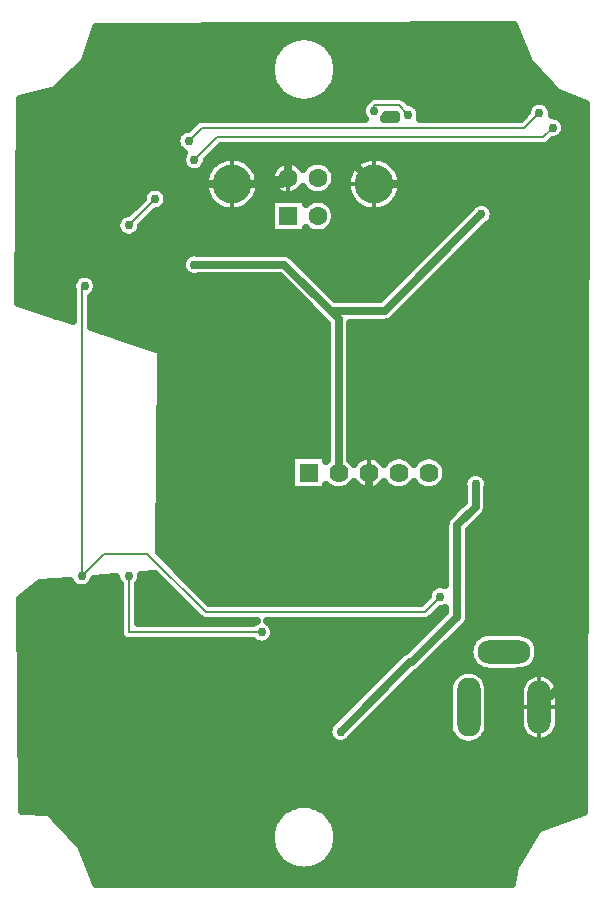
<source format=gbr>
G04 DipTrace 3.3.1.3*
G04 Bottom.gbr*
%MOIN*%
G04 #@! TF.FileFunction,Copper,L2,Bot*
G04 #@! TF.Part,Single*
G04 #@! TA.AperFunction,Conductor*
%ADD14C,0.008*%
G04 #@! TA.AperFunction,CopperBalancing*
%ADD15C,0.025*%
%ADD17C,0.013*%
G04 #@! TA.AperFunction,ComponentPad*
%ADD24R,0.062992X0.062992*%
%ADD25C,0.062992*%
%ADD26C,0.129921*%
%ADD33O,0.07874X0.177165*%
%ADD34O,0.07874X0.19685*%
%ADD35O,0.177165X0.07874*%
%ADD40R,0.06378X0.06378*%
%ADD41C,0.06378*%
G04 #@! TA.AperFunction,ViaPad*
%ADD42C,0.03*%
%FSLAX26Y26*%
G04*
G70*
G90*
G75*
G01*
G04 Bottom*
%LPD*%
X647068Y2427367D2*
D14*
X637776Y2418075D1*
Y1461558D1*
X1831651Y1392801D2*
X1781646Y1342795D1*
X1050319D1*
X856549Y1536566D1*
X712783D1*
X637776Y1461558D1*
X1887907Y1324043D2*
D15*
X1737891Y1174028D1*
X1731640D1*
X1500366Y942753D1*
X1887907Y1324043D2*
Y1630325D1*
X1950413Y1692832D1*
Y1767840D1*
X1494147Y1805344D2*
Y2317866D1*
X1466639Y2345374D1*
X1312846Y2499167D1*
X1012815D1*
X1466639Y2345374D2*
X1646605D1*
X1969165Y2667934D1*
X2206675Y2955480D2*
D14*
X2175406Y2924211D1*
X1087823D1*
X1012815Y2849203D1*
X881551Y2717940D2*
X794042Y2630430D1*
X1162831Y1405302D2*
D15*
X1344100D1*
X1594147Y1655349D1*
Y1805344D1*
X1611568Y2768140D2*
X2068980D1*
X2256696Y2580425D1*
Y1117772D1*
X2162936Y1024012D1*
X1137552Y2768140D2*
X1305466D1*
X1325348Y2788022D1*
Y2849203D1*
X1369102Y2892958D1*
X1486751D1*
X1611568Y2768140D1*
X1137552D2*
X906554D1*
Y3061726D1*
X1237839Y1274038D2*
D14*
X794042D1*
Y1461558D1*
X2162925Y3005480D2*
X2112909Y2955465D1*
X1037818D1*
X994063Y2911710D1*
X1612878Y3011720D2*
Y3030472D1*
X1694136D1*
X1725390Y2999219D1*
D42*
X647068Y2427367D3*
X637776Y1461558D3*
X1831651Y1392801D3*
X1887907Y1324043D3*
X1500366Y942753D3*
X1950413Y1767840D3*
X1887907Y1324043D3*
X1012815Y2499167D3*
X1969165Y2667934D3*
X1950413Y1767840D3*
X2206675Y2955480D3*
X1012815Y2849203D3*
X881551Y2717940D3*
X794042Y2630430D3*
X1162831Y1405302D3*
X906554Y3061726D3*
X1237839Y1274038D3*
X794042Y1461558D3*
X2162925Y3005480D3*
X994063Y2911710D3*
X1612878Y3011720D3*
X1725390Y2999219D3*
X681076Y3274383D2*
D15*
X2087222D1*
X673218Y3249514D2*
X1326657D1*
X1429872D2*
X2097377D1*
X665359Y3224646D2*
X1293607D1*
X1462885D2*
X2107568D1*
X657500Y3199777D2*
X1276526D1*
X1479966D2*
X2117724D1*
X646125Y3174908D2*
X1267555D1*
X1488973D2*
X2127915D1*
X621257Y3150039D2*
X1264685D1*
X1491808D2*
X2147113D1*
X596390Y3125171D2*
X1267484D1*
X1489009D2*
X2170186D1*
X571522Y3100302D2*
X1276383D1*
X1480110D2*
X2193296D1*
X527887Y3075433D2*
X1293356D1*
X1463136D2*
X2217553D1*
X433906Y3050564D2*
X1326118D1*
X1430410D2*
X1587427D1*
X1719672D2*
X2277946D1*
X433691Y3025696D2*
X1571315D1*
X1759863D2*
X2124183D1*
X2201669D2*
X2316665D1*
X433475Y3000827D2*
X1570346D1*
X1769372D2*
X2112628D1*
X2206657D2*
X2316594D1*
X433224Y2975958D2*
X1012670D1*
X2245268D2*
X2316522D1*
X433009Y2951089D2*
X978472D1*
X2250435D2*
X2316450D1*
X432794Y2926220D2*
X952672D1*
X2238594D2*
X2316378D1*
X432578Y2901352D2*
X951380D1*
X2198080D2*
X2316343D1*
X432363Y2876483D2*
X969609D1*
X1085742D2*
X2316271D1*
X432112Y2851614D2*
X968891D1*
X1060875D2*
X1097680D1*
X1177426D2*
X1571674D1*
X1651457D2*
X2316199D1*
X431897Y2826745D2*
X975422D1*
X1050217D2*
X1064846D1*
X1210260D2*
X1279684D1*
X1469452D2*
X1538840D1*
X1684291D2*
X2316127D1*
X431681Y2801877D2*
X1050025D1*
X1225081D2*
X1266515D1*
X1482586D2*
X1524056D1*
X1699075D2*
X2316055D1*
X431466Y2777008D2*
X1044033D1*
X1231073D2*
X1265905D1*
X1483196D2*
X1518027D1*
X1705103D2*
X2316020D1*
X431251Y2752139D2*
X855533D1*
X907577D2*
X1045002D1*
X1230104D2*
X1277280D1*
X1471820D2*
X1519032D1*
X1704135D2*
X2315948D1*
X430999Y2727270D2*
X838596D1*
X924479D2*
X1053219D1*
X1221887D2*
X1527249D1*
X1695881D2*
X2315876D1*
X430784Y2702402D2*
X820367D1*
X922541D2*
X1071448D1*
X1203658D2*
X1264864D1*
X1467550D2*
X1545478D1*
X1677652D2*
X1943542D1*
X1994796D2*
X2315804D1*
X430569Y2677533D2*
X795499D1*
X893511D2*
X1122583D1*
X1152523D2*
X1264864D1*
X1482047D2*
X1596613D1*
X1626517D2*
X1921114D1*
X2012057D2*
X2315733D1*
X430354Y2652664D2*
X756493D1*
X861897D2*
X1264864D1*
X1483554D2*
X1896246D1*
X2010263D2*
X2315661D1*
X430138Y2627795D2*
X750141D1*
X837962D2*
X1264864D1*
X1473363D2*
X1871379D1*
X1986687D2*
X2315625D1*
X429923Y2602927D2*
X760476D1*
X827627D2*
X1846511D1*
X1961819D2*
X2315553D1*
X429672Y2578058D2*
X1821643D1*
X1936951D2*
X2315481D1*
X429456Y2553189D2*
X1796775D1*
X1912083D2*
X2315410D1*
X429241Y2528320D2*
X980769D1*
X1341238D2*
X1771908D1*
X1887216D2*
X2315338D1*
X429026Y2503451D2*
X969035D1*
X1366213D2*
X1747040D1*
X1862348D2*
X2315266D1*
X428811Y2478583D2*
X974274D1*
X1391081D2*
X1722172D1*
X1837480D2*
X2315230D1*
X428559Y2453714D2*
X612490D1*
X681615D2*
X1300641D1*
X1415949D2*
X1697304D1*
X1812612D2*
X2315158D1*
X428344Y2428845D2*
X603088D1*
X691052D2*
X1325508D1*
X1440816D2*
X1672437D1*
X1787745D2*
X2315087D1*
X428129Y2403976D2*
X604775D1*
X683839D2*
X1350376D1*
X1465684D2*
X1647569D1*
X1762877D2*
X2315015D1*
X427913Y2379108D2*
X604775D1*
X670778D2*
X1375244D1*
X1738009D2*
X2314943D1*
X477003Y2354239D2*
X604775D1*
X670778D2*
X1400112D1*
X1713141D2*
X2314907D1*
X551642Y2329370D2*
X604775D1*
X670778D2*
X1424979D1*
X1688238D2*
X2314835D1*
X670778Y2304501D2*
X1449847D1*
X1535658D2*
X2314764D1*
X703432Y2279633D2*
X1452646D1*
X1535658D2*
X2314692D1*
X779507Y2254764D2*
X1452646D1*
X1535658D2*
X2314620D1*
X855545Y2229895D2*
X1452646D1*
X1535658D2*
X2314548D1*
X902805Y2205026D2*
X1452646D1*
X1535658D2*
X2314512D1*
X902589Y2180157D2*
X1452646D1*
X1535658D2*
X2314441D1*
X902374Y2155289D2*
X1452646D1*
X1535658D2*
X2314369D1*
X902159Y2130420D2*
X1452646D1*
X1535658D2*
X2314297D1*
X901944Y2105551D2*
X1452646D1*
X1535658D2*
X2314225D1*
X901728Y2080682D2*
X1452646D1*
X1535658D2*
X2314154D1*
X901513Y2055814D2*
X1452646D1*
X1535658D2*
X2314118D1*
X901298Y2030945D2*
X1452646D1*
X1535658D2*
X2314046D1*
X901082Y2006076D2*
X1452646D1*
X1535658D2*
X2313974D1*
X900867Y1981207D2*
X1452646D1*
X1535658D2*
X2313902D1*
X900652Y1956339D2*
X1452646D1*
X1535658D2*
X2313831D1*
X900436Y1931470D2*
X1452646D1*
X1535658D2*
X2313795D1*
X900221Y1906601D2*
X1452646D1*
X1535658D2*
X2313723D1*
X900006Y1881732D2*
X1452646D1*
X1535658D2*
X2313651D1*
X899790Y1856864D2*
X1333259D1*
X1535658D2*
X1564174D1*
X1624113D2*
X1664183D1*
X1724122D2*
X1764157D1*
X1824131D2*
X2313579D1*
X899575Y1831995D2*
X1333259D1*
X1848604D2*
X2313508D1*
X899360Y1807126D2*
X1333259D1*
X1854992D2*
X1934535D1*
X1966304D2*
X2313436D1*
X899145Y1782257D2*
X1333259D1*
X1850291D2*
X1908985D1*
X1991818D2*
X2313400D1*
X898929Y1757388D2*
X1333259D1*
X1529953D2*
X1558325D1*
X1629962D2*
X1658334D1*
X1729971D2*
X1758343D1*
X1829944D2*
X1907765D1*
X1993074D2*
X2313328D1*
X898714Y1732520D2*
X1908913D1*
X1991926D2*
X2313257D1*
X898499Y1707651D2*
X1907586D1*
X1991926D2*
X2313185D1*
X898283Y1682782D2*
X1882718D1*
X1990598D2*
X2313113D1*
X898068Y1657913D2*
X1857850D1*
X1973158D2*
X2313041D1*
X897853Y1633045D2*
X1846511D1*
X1948291D2*
X2313005D1*
X897637Y1608176D2*
X1846403D1*
X1929415D2*
X2312934D1*
X897422Y1583307D2*
X1846403D1*
X1929415D2*
X2312862D1*
X897243Y1558438D2*
X1846403D1*
X1929415D2*
X2312790D1*
X905173Y1533570D2*
X1846403D1*
X1929415D2*
X2312718D1*
X930041Y1508701D2*
X1846403D1*
X1929415D2*
X2312682D1*
X954909Y1483832D2*
X1846403D1*
X1929415D2*
X2312611D1*
X837962Y1458963D2*
X888511D1*
X979776D2*
X1846403D1*
X1929415D2*
X2312539D1*
X497385Y1434094D2*
X604164D1*
X671388D2*
X760440D1*
X827663D2*
X913379D1*
X1004644D2*
X1825016D1*
X1838297D2*
X1846402D1*
X1929415D2*
X2312467D1*
X464228Y1409226D2*
X761050D1*
X827053D2*
X938246D1*
X1029512D2*
X1791034D1*
X1929415D2*
X2312395D1*
X434086Y1384357D2*
X761050D1*
X827053D2*
X963114D1*
X1054380D2*
X1777577D1*
X1929415D2*
X2312324D1*
X434301Y1359488D2*
X761050D1*
X827053D2*
X987982D1*
X1929415D2*
X2312288D1*
X434516Y1334619D2*
X761050D1*
X827053D2*
X1012849D1*
X1819107D2*
X1840841D1*
X1930528D2*
X2312216D1*
X434731Y1309751D2*
X761050D1*
X827053D2*
X1214196D1*
X1261467D2*
X1815973D1*
X1929380D2*
X2312144D1*
X434947Y1284882D2*
X761050D1*
X1280414D2*
X1791106D1*
X1906414D2*
X2312072D1*
X435162Y1260013D2*
X764459D1*
X1279409D2*
X1766238D1*
X1881546D2*
X1951364D1*
X2138261D2*
X2312001D1*
X435377Y1235144D2*
X1220870D1*
X1254829D2*
X1741370D1*
X1856678D2*
X1932633D1*
X2157029D2*
X2311929D1*
X435593Y1210276D2*
X1714744D1*
X1831810D2*
X1927250D1*
X2162411D2*
X2311893D1*
X435808Y1185407D2*
X1685355D1*
X1806943D2*
X1931628D1*
X2158034D2*
X2311821D1*
X436023Y1160538D2*
X1660487D1*
X1782039D2*
X1948566D1*
X2141096D2*
X2311749D1*
X436203Y1135669D2*
X1635620D1*
X1750928D2*
X1884584D1*
X1968852D2*
X2139469D1*
X2186382D2*
X2311678D1*
X436418Y1110801D2*
X1610752D1*
X1726060D2*
X1864453D1*
X1988947D2*
X2106348D1*
X2219539D2*
X2311606D1*
X436633Y1085932D2*
X1585884D1*
X1701192D2*
X1858424D1*
X1995012D2*
X2095798D1*
X2230053D2*
X2311570D1*
X436849Y1061063D2*
X1561016D1*
X1676324D2*
X1858353D1*
X1995084D2*
X2094578D1*
X2231309D2*
X2311498D1*
X437064Y1036194D2*
X1536149D1*
X1651457D2*
X1858353D1*
X1995084D2*
X2094578D1*
X2231309D2*
X2311426D1*
X437279Y1011325D2*
X1511281D1*
X1626589D2*
X1858353D1*
X1995084D2*
X2094578D1*
X2231309D2*
X2311355D1*
X437495Y986457D2*
X1486413D1*
X1601721D2*
X1858353D1*
X1995084D2*
X2094578D1*
X2231309D2*
X2311283D1*
X437710Y961588D2*
X1460899D1*
X1576853D2*
X1858424D1*
X1995012D2*
X2095906D1*
X2229981D2*
X2311211D1*
X437925Y936719D2*
X1456809D1*
X1551986D2*
X1864704D1*
X1988732D2*
X2106671D1*
X2219180D2*
X2311175D1*
X438140Y911850D2*
X1470158D1*
X1530563D2*
X1885230D1*
X1968170D2*
X2141048D1*
X2184839D2*
X2311103D1*
X438356Y886982D2*
X2311032D1*
X438571Y862113D2*
X2310960D1*
X438786Y837244D2*
X2310888D1*
X439002Y812375D2*
X2310816D1*
X439217Y787507D2*
X2310780D1*
X439432Y762638D2*
X2310709D1*
X439648Y737769D2*
X2310637D1*
X439863Y712900D2*
X2310565D1*
X440078Y688031D2*
X1321992D1*
X1434501D2*
X2310493D1*
X543353Y663163D2*
X1291454D1*
X1465038D2*
X2273389D1*
X566749Y638294D2*
X1275342D1*
X1481150D2*
X2204312D1*
X590146Y613425D2*
X1267017D1*
X1489475D2*
X2153285D1*
X613542Y588556D2*
X1264721D1*
X1491772D2*
X2138357D1*
X636975Y563688D2*
X1268058D1*
X1488435D2*
X2123429D1*
X647381Y538819D2*
X1277639D1*
X1478854D2*
X2108501D1*
X656855Y513950D2*
X1295617D1*
X1460876D2*
X2093609D1*
X666328Y489081D2*
X1331286D1*
X1425207D2*
X2079471D1*
X675801Y464213D2*
X2074483D1*
X685275Y439344D2*
X2069495D1*
X1276538Y2719680D2*
X1383344D1*
Y2703209D1*
X1389684Y2708564D1*
X1397443Y2713319D1*
X1405851Y2716802D1*
X1414700Y2718926D1*
X1423773Y2719640D1*
X1432846Y2718926D1*
X1441695Y2716802D1*
X1450103Y2713319D1*
X1457862Y2708564D1*
X1464782Y2702654D1*
X1470693Y2695734D1*
X1475448Y2687974D1*
X1478930Y2679566D1*
X1481055Y2670717D1*
X1481769Y2661644D1*
X1481055Y2652572D1*
X1478930Y2643723D1*
X1475448Y2635315D1*
X1470693Y2627555D1*
X1464782Y2620635D1*
X1457862Y2614725D1*
X1450103Y2609969D1*
X1441695Y2606487D1*
X1432846Y2604362D1*
X1423773Y2603648D1*
X1414700Y2604362D1*
X1405851Y2606487D1*
X1397443Y2609969D1*
X1389684Y2614725D1*
X1383351Y2620092D1*
X1383344Y2603688D1*
X1267352D1*
Y2719680D1*
X1276538D1*
X1481590Y2783472D2*
X1480167Y2774483D1*
X1477354Y2765828D1*
X1473223Y2757719D1*
X1467874Y2750357D1*
X1461438Y2743922D1*
X1454076Y2738573D1*
X1445967Y2734441D1*
X1437312Y2731629D1*
X1428323Y2730205D1*
X1419223D1*
X1410234Y2731629D1*
X1401579Y2734441D1*
X1393470Y2738573D1*
X1386108Y2743922D1*
X1379672Y2750357D1*
X1374570Y2757350D1*
X1369820Y2750796D1*
X1364758Y2745474D1*
X1359065Y2740835D1*
X1352832Y2736952D1*
X1346157Y2733888D1*
X1339149Y2731692D1*
X1331919Y2730400D1*
X1324584Y2730031D1*
X1317262Y2730593D1*
X1310069Y2732075D1*
X1303121Y2734455D1*
X1296529Y2737693D1*
X1290400Y2741739D1*
X1284831Y2746527D1*
X1279911Y2751980D1*
X1275721Y2758011D1*
X1272326Y2764523D1*
X1269781Y2771413D1*
X1268127Y2778568D1*
X1267391Y2785875D1*
X1267585Y2793217D1*
X1268704Y2800475D1*
X1270732Y2807534D1*
X1273636Y2814280D1*
X1277369Y2820604D1*
X1281871Y2826407D1*
X1287071Y2831593D1*
X1292884Y2836081D1*
X1299218Y2839799D1*
X1305971Y2842686D1*
X1313035Y2844696D1*
X1320296Y2845798D1*
X1327638Y2845973D1*
X1334943Y2845219D1*
X1342095Y2843548D1*
X1348977Y2840986D1*
X1355482Y2837575D1*
X1361502Y2833370D1*
X1366943Y2828437D1*
X1371717Y2822856D1*
X1374556Y2818705D1*
X1379672Y2825688D1*
X1386108Y2832123D1*
X1393470Y2837472D1*
X1401579Y2841604D1*
X1410234Y2844416D1*
X1419223Y2845840D1*
X1428323D1*
X1437312Y2844416D1*
X1445967Y2841604D1*
X1454076Y2837472D1*
X1461438Y2832123D1*
X1467874Y2825688D1*
X1473223Y2818325D1*
X1477354Y2810216D1*
X1480167Y2801561D1*
X1481590Y2792573D1*
Y2783472D1*
X1703010Y2766303D2*
X1702365Y2757143D1*
X1700805Y2748095D1*
X1698345Y2739248D1*
X1695011Y2730692D1*
X1690835Y2722514D1*
X1685861Y2714795D1*
X1680137Y2707615D1*
X1673723Y2701044D1*
X1666682Y2695150D1*
X1659085Y2689992D1*
X1651009Y2685621D1*
X1642536Y2682082D1*
X1633751Y2679411D1*
X1624742Y2677634D1*
X1615600Y2676769D1*
X1606418Y2676825D1*
X1597288Y2677802D1*
X1588301Y2679689D1*
X1579549Y2682468D1*
X1571120Y2686110D1*
X1563099Y2690579D1*
X1555566Y2695830D1*
X1548597Y2701810D1*
X1542264Y2708459D1*
X1536629Y2715709D1*
X1531749Y2723487D1*
X1527674Y2731716D1*
X1524444Y2740312D1*
X1522093Y2749188D1*
X1520643Y2758256D1*
X1520110Y2767423D1*
X1520499Y2776597D1*
X1521806Y2785686D1*
X1524018Y2794598D1*
X1527112Y2803243D1*
X1531058Y2811535D1*
X1535815Y2819389D1*
X1541335Y2826727D1*
X1547564Y2833474D1*
X1554438Y2839563D1*
X1561887Y2844931D1*
X1569837Y2849526D1*
X1578208Y2853300D1*
X1586916Y2856216D1*
X1595871Y2858244D1*
X1604985Y2859364D1*
X1614166Y2859564D1*
X1623320Y2858843D1*
X1632355Y2857207D1*
X1641182Y2854674D1*
X1649709Y2851269D1*
X1657852Y2847025D1*
X1665529Y2841987D1*
X1672662Y2836204D1*
X1679179Y2829735D1*
X1685014Y2822645D1*
X1690109Y2815006D1*
X1694413Y2806894D1*
X1697881Y2798392D1*
X1700479Y2789585D1*
X1702182Y2780561D1*
X1702970Y2771413D1*
X1703010Y2766303D1*
X1228995D2*
X1228350Y2757143D1*
X1226789Y2748095D1*
X1224330Y2739248D1*
X1220995Y2730692D1*
X1216819Y2722514D1*
X1211845Y2714795D1*
X1206122Y2707615D1*
X1199707Y2701044D1*
X1192666Y2695150D1*
X1185069Y2689992D1*
X1176994Y2685621D1*
X1168521Y2682082D1*
X1159735Y2679411D1*
X1150726Y2677634D1*
X1141585Y2676769D1*
X1132402Y2676825D1*
X1123272Y2677802D1*
X1114285Y2679689D1*
X1105534Y2682468D1*
X1097104Y2686110D1*
X1089083Y2690579D1*
X1081550Y2695830D1*
X1074582Y2701810D1*
X1068248Y2708459D1*
X1062613Y2715709D1*
X1057733Y2723487D1*
X1053658Y2731716D1*
X1050428Y2740312D1*
X1048077Y2749188D1*
X1046628Y2758256D1*
X1046095Y2767423D1*
X1046484Y2776597D1*
X1047791Y2785686D1*
X1050002Y2794598D1*
X1053096Y2803243D1*
X1057042Y2811535D1*
X1061799Y2819389D1*
X1067320Y2826727D1*
X1073548Y2833474D1*
X1080422Y2839563D1*
X1087871Y2844931D1*
X1095822Y2849526D1*
X1104193Y2853300D1*
X1112900Y2856216D1*
X1121856Y2858244D1*
X1130970Y2859364D1*
X1140150Y2859564D1*
X1149304Y2858843D1*
X1158340Y2857207D1*
X1167166Y2854674D1*
X1175693Y2851269D1*
X1183837Y2847025D1*
X1191513Y2841987D1*
X1198646Y2836204D1*
X1205163Y2829735D1*
X1210998Y2822645D1*
X1216093Y2815006D1*
X1220397Y2806894D1*
X1223865Y2798392D1*
X1226464Y2789585D1*
X1228166Y2780561D1*
X1228955Y2771413D1*
X1228995Y2766303D1*
X2097072Y1073217D2*
X2097554Y1081228D1*
X2098851Y1088458D1*
X2100946Y1095498D1*
X2103811Y1102262D1*
X2107412Y1108664D1*
X2111703Y1114626D1*
X2116631Y1120072D1*
X2122135Y1124936D1*
X2128146Y1129158D1*
X2134590Y1132683D1*
X2141386Y1135470D1*
X2148450Y1137482D1*
X2155695Y1138695D1*
X2163029Y1139094D1*
X2170362Y1138674D1*
X2177603Y1137441D1*
X2184662Y1135408D1*
X2191450Y1132603D1*
X2197884Y1129059D1*
X2203883Y1124821D1*
X2209373Y1119941D1*
X2214286Y1114480D1*
X2218560Y1108507D1*
X2222142Y1102094D1*
X2224988Y1095323D1*
X2227063Y1088276D1*
X2228340Y1081043D1*
X2228806Y1073224D1*
X2228575Y969294D1*
X2227554Y962020D1*
X2225730Y954905D1*
X2223124Y948037D1*
X2219770Y941502D1*
X2215710Y935381D1*
X2210993Y929751D1*
X2205679Y924680D1*
X2199833Y920233D1*
X2193528Y916464D1*
X2186843Y913421D1*
X2179860Y911141D1*
X2172668Y909652D1*
X2165354Y908974D1*
X2158010Y909114D1*
X2150727Y910070D1*
X2143596Y911832D1*
X2136706Y914377D1*
X2130142Y917673D1*
X2123985Y921679D1*
X2118313Y926346D1*
X2113196Y931616D1*
X2108697Y937422D1*
X2104873Y943693D1*
X2101771Y950351D1*
X2099429Y957313D1*
X2097877Y964493D1*
X2097134Y971800D1*
X2097066Y1062988D1*
Y1073163D1*
X1860846Y1083047D2*
X1861656Y1093371D1*
X1864069Y1103422D1*
X1868025Y1112971D1*
X1873425Y1121784D1*
X1880138Y1129644D1*
X1887998Y1136357D1*
X1896811Y1141758D1*
X1906360Y1145713D1*
X1916411Y1148126D1*
X1926715Y1148937D1*
X1937020Y1148126D1*
X1947070Y1145713D1*
X1956620Y1141758D1*
X1965433Y1136357D1*
X1973292Y1129644D1*
X1980005Y1121784D1*
X1985406Y1112971D1*
X1989361Y1103422D1*
X1991774Y1093371D1*
X1992585Y1083067D1*
X1992382Y959789D1*
X1990765Y949580D1*
X1987571Y939749D1*
X1982879Y930540D1*
X1976803Y922177D1*
X1969494Y914869D1*
X1961132Y908793D1*
X1951923Y904101D1*
X1942092Y900907D1*
X1931883Y899290D1*
X1921547D1*
X1911338Y900907D1*
X1901508Y904101D1*
X1892298Y908793D1*
X1883936Y914869D1*
X1876627Y922177D1*
X1870552Y930540D1*
X1865859Y939749D1*
X1862665Y949580D1*
X1861048Y959789D1*
X1860845Y983329D1*
Y1082975D1*
X1995633Y1143182D2*
X1985309Y1143992D1*
X1975258Y1146405D1*
X1965708Y1150361D1*
X1956895Y1155761D1*
X1949036Y1162474D1*
X1942323Y1170334D1*
X1936922Y1179147D1*
X1932967Y1188696D1*
X1930554Y1198747D1*
X1929743Y1209051D1*
X1930554Y1219356D1*
X1932967Y1229406D1*
X1936922Y1238956D1*
X1942323Y1247769D1*
X1949036Y1255628D1*
X1956895Y1262341D1*
X1965708Y1267742D1*
X1975258Y1271697D1*
X1985309Y1274110D1*
X1995633Y1274920D1*
X2099206Y1274718D1*
X2109415Y1273101D1*
X2119245Y1269907D1*
X2128455Y1265215D1*
X2136817Y1259139D1*
X2144126Y1251830D1*
X2150202Y1243468D1*
X2154894Y1234259D1*
X2158088Y1224428D1*
X2159705Y1214219D1*
Y1203883D1*
X2158088Y1193674D1*
X2154894Y1183844D1*
X2150202Y1174634D1*
X2144126Y1166272D1*
X2136817Y1158963D1*
X2128455Y1152888D1*
X2119245Y1148195D1*
X2109415Y1145001D1*
X2099206Y1143384D1*
X2075665Y1143181D1*
X1995613Y1143217D1*
X1344944Y1863733D2*
X1452537D1*
Y1846330D1*
X1455134Y1848735D1*
X1455147Y2301730D1*
X1296689Y2460170D1*
X1027029Y2460167D1*
X1022503Y2458813D1*
X1016071Y2457795D1*
X1009559D1*
X1003127Y2458813D1*
X996934Y2460826D1*
X991131Y2463782D1*
X985863Y2467610D1*
X981258Y2472215D1*
X977430Y2477483D1*
X974474Y2483285D1*
X972462Y2489479D1*
X971443Y2495911D1*
Y2502423D1*
X972462Y2508855D1*
X974474Y2515048D1*
X977430Y2520850D1*
X981258Y2526119D1*
X985863Y2530724D1*
X991131Y2534551D1*
X996934Y2537508D1*
X1003127Y2539520D1*
X1009559Y2540539D1*
X1016071D1*
X1022503Y2539520D1*
X1026917Y2538164D1*
X1315906Y2538047D1*
X1321951Y2537089D1*
X1327771Y2535198D1*
X1333224Y2532420D1*
X1338175Y2528823D1*
X1372902Y2494265D1*
X1482797Y2384371D1*
X1630450Y2384374D1*
X1931559Y2685482D1*
X1933781Y2689618D1*
X1937609Y2694886D1*
X1942213Y2699491D1*
X1947482Y2703319D1*
X1953284Y2706275D1*
X1959477Y2708288D1*
X1965909Y2709306D1*
X1972421D1*
X1978853Y2708288D1*
X1985047Y2706275D1*
X1990849Y2703319D1*
X1996117Y2699491D1*
X2000722Y2694886D1*
X2004550Y2689618D1*
X2007506Y2683816D1*
X2009519Y2677622D1*
X2010537Y2671190D1*
Y2664678D1*
X2009519Y2658246D1*
X2007506Y2652053D1*
X2004550Y2646251D1*
X2000722Y2640982D1*
X1996117Y2636378D1*
X1990849Y2632550D1*
X1986769Y2630387D1*
X1671933Y2315718D1*
X1666982Y2312121D1*
X1661530Y2309343D1*
X1655709Y2307452D1*
X1649665Y2306494D1*
X1600673Y2306374D1*
X1533175D1*
X1533147Y1848824D1*
X1538547Y1843265D1*
X1544134Y1835493D1*
X1548226Y1841408D1*
X1553116Y1846887D1*
X1558656Y1851709D1*
X1564757Y1855798D1*
X1571323Y1859088D1*
X1578250Y1861528D1*
X1585429Y1863079D1*
X1592745Y1863717D1*
X1600084Y1863431D1*
X1607329Y1862226D1*
X1614365Y1860122D1*
X1621081Y1857150D1*
X1627371Y1853360D1*
X1633136Y1848809D1*
X1638284Y1843571D1*
X1642733Y1837728D1*
X1644145Y1835488D1*
X1649747Y1843265D1*
X1656226Y1849744D1*
X1663638Y1855129D1*
X1671802Y1859289D1*
X1680516Y1862120D1*
X1689566Y1863554D1*
X1698728D1*
X1707778Y1862120D1*
X1716492Y1859289D1*
X1724656Y1855129D1*
X1732068Y1849744D1*
X1738547Y1843265D1*
X1744134Y1835493D1*
X1749747Y1843265D1*
X1756226Y1849744D1*
X1763638Y1855129D1*
X1771802Y1859289D1*
X1780516Y1862120D1*
X1789566Y1863554D1*
X1798728D1*
X1807778Y1862120D1*
X1816492Y1859289D1*
X1824656Y1855129D1*
X1832068Y1849744D1*
X1838547Y1843265D1*
X1843932Y1835852D1*
X1848092Y1827689D1*
X1850923Y1818975D1*
X1852357Y1809925D1*
Y1800763D1*
X1850923Y1791713D1*
X1848092Y1782999D1*
X1843932Y1774835D1*
X1838547Y1767423D1*
X1832068Y1760944D1*
X1824656Y1755558D1*
X1816492Y1751399D1*
X1807778Y1748567D1*
X1798728Y1747134D1*
X1789566D1*
X1780516Y1748567D1*
X1771802Y1751399D1*
X1763638Y1755558D1*
X1756226Y1760944D1*
X1749747Y1767423D1*
X1744160Y1775195D1*
X1738547Y1767423D1*
X1732068Y1760944D1*
X1724656Y1755558D1*
X1716492Y1751399D1*
X1707778Y1748567D1*
X1698728Y1747134D1*
X1689566D1*
X1680516Y1748567D1*
X1671802Y1751399D1*
X1663638Y1755558D1*
X1656226Y1760944D1*
X1649747Y1767423D1*
X1644160Y1775195D1*
X1640247Y1769508D1*
X1635383Y1764005D1*
X1629868Y1759155D1*
X1623787Y1755037D1*
X1617238Y1751714D1*
X1610323Y1749239D1*
X1603152Y1747653D1*
X1595839Y1746979D1*
X1588499Y1747228D1*
X1581248Y1748397D1*
X1574202Y1750466D1*
X1567471Y1753404D1*
X1561162Y1757164D1*
X1555374Y1761685D1*
X1550201Y1766898D1*
X1545722Y1772719D1*
X1544150Y1775197D1*
X1538547Y1767423D1*
X1532068Y1760944D1*
X1524656Y1755558D1*
X1516492Y1751399D1*
X1507778Y1748567D1*
X1498728Y1747134D1*
X1489566D1*
X1480516Y1748567D1*
X1471802Y1751399D1*
X1463638Y1755558D1*
X1456226Y1760944D1*
X1452531Y1764411D1*
X1452537Y1746954D1*
X1335757D1*
Y1863733D1*
X1344944D1*
X1488966Y582137D2*
X1487941Y573477D1*
X1486240Y564925D1*
X1483873Y556532D1*
X1480855Y548351D1*
X1477204Y540432D1*
X1472943Y532824D1*
X1468099Y525573D1*
X1462700Y518725D1*
X1456781Y512322D1*
X1450377Y506402D1*
X1443529Y501004D1*
X1436279Y496159D1*
X1428671Y491898D1*
X1420751Y488248D1*
X1412570Y485229D1*
X1404178Y482862D1*
X1395625Y481161D1*
X1386965Y480136D1*
X1378252Y479794D1*
X1369539Y480136D1*
X1360879Y481161D1*
X1352326Y482862D1*
X1343934Y485229D1*
X1335753Y488248D1*
X1327833Y491898D1*
X1320225Y496159D1*
X1312975Y501004D1*
X1306127Y506402D1*
X1299723Y512322D1*
X1293804Y518725D1*
X1288405Y525573D1*
X1283561Y532824D1*
X1279300Y540432D1*
X1275649Y548351D1*
X1272631Y556532D1*
X1270264Y564925D1*
X1268563Y573477D1*
X1267538Y582137D1*
X1267196Y590850D1*
X1267538Y599564D1*
X1268563Y608223D1*
X1270264Y616776D1*
X1272631Y625169D1*
X1275649Y633350D1*
X1279300Y641269D1*
X1283561Y648877D1*
X1288405Y656128D1*
X1293804Y662976D1*
X1299723Y669379D1*
X1306127Y675298D1*
X1312975Y680697D1*
X1320225Y685542D1*
X1327833Y689802D1*
X1335753Y693453D1*
X1343934Y696471D1*
X1352326Y698838D1*
X1360879Y700540D1*
X1369539Y701564D1*
X1378252Y701907D1*
X1386965Y701564D1*
X1395625Y700540D1*
X1404178Y698838D1*
X1412570Y696471D1*
X1420751Y693453D1*
X1428671Y689802D1*
X1436279Y685542D1*
X1443529Y680697D1*
X1450377Y675298D1*
X1456781Y669379D1*
X1462700Y662976D1*
X1468099Y656128D1*
X1472943Y648877D1*
X1477204Y641269D1*
X1480855Y633350D1*
X1483873Y625169D1*
X1486240Y616776D1*
X1487941Y608223D1*
X1488966Y599564D1*
X1489308Y590850D1*
X1488966Y582137D1*
Y3141192D2*
X1487941Y3132532D1*
X1486240Y3123980D1*
X1483873Y3115587D1*
X1480855Y3107406D1*
X1477204Y3099487D1*
X1472943Y3091879D1*
X1468099Y3084628D1*
X1462700Y3077780D1*
X1456781Y3071377D1*
X1450377Y3065458D1*
X1443529Y3060059D1*
X1436279Y3055214D1*
X1428671Y3050954D1*
X1420751Y3047303D1*
X1412570Y3044285D1*
X1404178Y3041918D1*
X1395625Y3040216D1*
X1386965Y3039191D1*
X1378252Y3038849D1*
X1369539Y3039191D1*
X1360879Y3040216D1*
X1352326Y3041918D1*
X1343934Y3044285D1*
X1335753Y3047303D1*
X1327833Y3050954D1*
X1320225Y3055214D1*
X1312975Y3060059D1*
X1306127Y3065458D1*
X1299723Y3071377D1*
X1293804Y3077780D1*
X1288405Y3084628D1*
X1283561Y3091879D1*
X1279300Y3099487D1*
X1275649Y3107406D1*
X1272631Y3115587D1*
X1270264Y3123980D1*
X1268563Y3132532D1*
X1267538Y3141192D1*
X1267196Y3149906D1*
X1267538Y3158619D1*
X1268563Y3167279D1*
X1270264Y3175831D1*
X1272631Y3184224D1*
X1275649Y3192405D1*
X1279300Y3200324D1*
X1283561Y3207932D1*
X1288405Y3215183D1*
X1293804Y3222031D1*
X1299723Y3228434D1*
X1306127Y3234353D1*
X1312975Y3239752D1*
X1320225Y3244597D1*
X1327833Y3248858D1*
X1335753Y3252508D1*
X1343934Y3255526D1*
X1352326Y3257893D1*
X1360879Y3259595D1*
X1369539Y3260620D1*
X1378252Y3260962D1*
X1386965Y3260620D1*
X1395625Y3259595D1*
X1404178Y3257893D1*
X1412570Y3255526D1*
X1420751Y3252508D1*
X1428671Y3248858D1*
X1436279Y3244597D1*
X1443529Y3239752D1*
X1450377Y3234353D1*
X1456781Y3228434D1*
X1462700Y3222031D1*
X1468099Y3215183D1*
X1472943Y3207932D1*
X1477204Y3200324D1*
X1480855Y3192405D1*
X1483873Y3184224D1*
X1486240Y3175831D1*
X1487941Y3167279D1*
X1488966Y3158619D1*
X1489308Y3149906D1*
X1488966Y3141192D1*
X668276Y2391700D2*
Y2290291D1*
X893497Y2216513D1*
X895937Y2214876D1*
X897928Y2212715D1*
X899359Y2210148D1*
X900152Y2207319D1*
X900222Y2196092D1*
X894581Y1541696D1*
X1062965Y1373283D1*
X1769043Y1373295D1*
X1790198Y1394481D1*
X1790662Y1399293D1*
X1792182Y1405625D1*
X1794674Y1411641D1*
X1798077Y1417194D1*
X1802306Y1422145D1*
X1807258Y1426375D1*
X1812810Y1429777D1*
X1818827Y1432269D1*
X1825159Y1433790D1*
X1831651Y1434301D1*
X1838143Y1433790D1*
X1844475Y1432269D1*
X1848908Y1430507D1*
X1849027Y1633385D1*
X1849984Y1639430D1*
X1851875Y1645250D1*
X1854654Y1650703D1*
X1858251Y1655654D1*
X1892808Y1690381D1*
X1911407Y1708980D1*
X1911413Y1753656D1*
X1910060Y1758152D1*
X1909041Y1764584D1*
Y1771096D1*
X1910060Y1777528D1*
X1912072Y1783721D1*
X1915029Y1789524D1*
X1918857Y1794792D1*
X1923461Y1799397D1*
X1928730Y1803224D1*
X1934532Y1806181D1*
X1940725Y1808193D1*
X1947157Y1809212D1*
X1953669D1*
X1960101Y1808193D1*
X1966295Y1806181D1*
X1972097Y1803224D1*
X1977365Y1799397D1*
X1981970Y1794792D1*
X1985798Y1789524D1*
X1988754Y1783721D1*
X1990767Y1777528D1*
X1991785Y1771096D1*
Y1764584D1*
X1990767Y1758152D1*
X1989411Y1753738D1*
X1989293Y1689772D1*
X1988336Y1683728D1*
X1986445Y1677907D1*
X1983666Y1672455D1*
X1980069Y1667503D1*
X1945512Y1632776D1*
X1926913Y1614177D1*
X1926907Y1338264D1*
X1928260Y1333731D1*
X1929279Y1327299D1*
Y1320787D1*
X1928260Y1314355D1*
X1926248Y1308162D1*
X1923291Y1302360D1*
X1919464Y1297091D1*
X1914859Y1292486D1*
X1909591Y1288659D1*
X1905511Y1286496D1*
X1763220Y1144372D1*
X1758269Y1140775D1*
X1752816Y1137996D1*
X1749931Y1136933D1*
X1726739Y1113972D1*
X1537982Y925215D1*
X1535751Y921070D1*
X1531923Y915801D1*
X1527318Y911196D1*
X1522050Y907369D1*
X1516248Y904412D1*
X1510054Y902400D1*
X1503622Y901381D1*
X1497110D1*
X1490678Y902400D1*
X1484485Y904412D1*
X1478682Y907369D1*
X1473414Y911196D1*
X1468809Y915801D1*
X1464982Y921070D1*
X1462025Y926872D1*
X1460013Y933065D1*
X1458994Y939497D1*
Y946009D1*
X1460013Y952441D1*
X1462025Y958635D1*
X1464982Y964437D1*
X1468809Y969705D1*
X1473414Y974310D1*
X1478682Y978138D1*
X1482762Y980300D1*
X1706312Y1203683D1*
X1711263Y1207281D1*
X1716716Y1210059D1*
X1719600Y1211122D1*
X1742793Y1234083D1*
X1848932Y1340223D1*
X1848907Y1355083D1*
X1844475Y1353332D1*
X1838143Y1351811D1*
X1833343Y1351367D1*
X1801454Y1319603D1*
X1797582Y1316790D1*
X1793318Y1314617D1*
X1788766Y1313138D1*
X1784039Y1312389D1*
X1708155Y1312295D1*
X1253897D1*
X1259522Y1309423D1*
X1264791Y1305595D1*
X1269395Y1300990D1*
X1273223Y1295722D1*
X1276180Y1289919D1*
X1278192Y1283726D1*
X1279211Y1277294D1*
Y1270782D1*
X1278192Y1264350D1*
X1276180Y1258157D1*
X1273223Y1252354D1*
X1269395Y1247086D1*
X1264791Y1242481D1*
X1259522Y1238653D1*
X1253720Y1235697D1*
X1247527Y1233685D1*
X1241095Y1232666D1*
X1234583D1*
X1228151Y1233685D1*
X1221957Y1235697D1*
X1216155Y1238653D1*
X1210886Y1242481D1*
X1209737Y1243544D1*
X791649Y1243632D1*
X786922Y1244381D1*
X782370Y1245860D1*
X778106Y1248032D1*
X774234Y1250846D1*
X770850Y1254230D1*
X768036Y1258102D1*
X765864Y1262366D1*
X764385Y1266918D1*
X763636Y1271645D1*
X763542Y1347529D1*
Y1433400D1*
X760468Y1437165D1*
X757065Y1442717D1*
X754573Y1448734D1*
X753053Y1455066D1*
X752779Y1457379D1*
X677998Y1451354D1*
X676117Y1445676D1*
X673160Y1439874D1*
X669332Y1434606D1*
X664728Y1430001D1*
X659459Y1426173D1*
X653657Y1423217D1*
X647464Y1421204D1*
X641032Y1420186D1*
X634520D1*
X628088Y1421204D1*
X621894Y1423217D1*
X616092Y1426173D1*
X610823Y1430001D1*
X606219Y1434606D1*
X602391Y1439874D1*
X599728Y1445041D1*
X498586Y1436885D1*
X431551Y1386587D1*
X437653Y679450D1*
X527986Y673674D1*
X530758Y672701D1*
X533228Y671108D1*
X578438Y623214D1*
X635605Y562250D1*
X636580Y560544D1*
X683902Y436428D1*
X2071426Y436449D1*
X2082586Y491131D1*
X2088186Y500764D1*
X2159606Y619497D1*
X2161745Y621512D1*
X2164298Y622973D1*
X2313003Y676528D1*
X2319181Y3034634D1*
X2218933Y3076057D1*
X2216619Y3077874D1*
X2133806Y3167269D1*
X2132842Y3168982D1*
X2079557Y3299199D1*
X684433Y3292977D1*
X648960Y3181156D1*
X647348Y3178700D1*
X552134Y3083474D1*
X549691Y3081841D1*
X547875Y3081090D1*
X431434Y3051949D1*
X425420Y2370606D1*
X607274Y2310248D1*
X607276Y2415611D1*
X606079Y2420875D1*
X605568Y2427367D1*
X606079Y2433859D1*
X607599Y2440192D1*
X610091Y2446208D1*
X613494Y2451761D1*
X617723Y2456712D1*
X622675Y2460942D1*
X628228Y2464344D1*
X634244Y2466836D1*
X640576Y2468357D1*
X647068Y2468867D1*
X653560Y2468357D1*
X659892Y2466836D1*
X665909Y2464344D1*
X671461Y2460942D1*
X676413Y2456712D1*
X680642Y2451761D1*
X684045Y2446208D1*
X686537Y2440192D1*
X688057Y2433859D1*
X688568Y2427367D1*
X688057Y2420875D1*
X686537Y2414543D1*
X684045Y2408527D1*
X680642Y2402974D1*
X676413Y2398023D1*
X671461Y2393793D1*
X668274Y2391715D1*
X1221745Y1312295D2*
X1047926Y1312389D1*
X1043199Y1313138D1*
X1038647Y1314617D1*
X1034383Y1316790D1*
X1030511Y1319603D1*
X976786Y1373194D1*
X882167Y1467814D1*
X835449Y1464051D1*
X835414Y1458302D1*
X834395Y1451870D1*
X832383Y1445676D1*
X829427Y1439874D1*
X825599Y1434606D1*
X824536Y1433456D1*
X824542Y1304564D1*
X1209689Y1304538D1*
X1213445Y1307612D1*
X1218998Y1311015D1*
X1221784Y1312299D1*
X1926904Y1338145D2*
X1928260Y1333731D1*
X1929279Y1327299D1*
Y1320787D1*
X1928260Y1314355D1*
X1926248Y1308162D1*
X1923291Y1302360D1*
X1919464Y1297091D1*
X1914859Y1292486D1*
X1909591Y1288659D1*
X1905511Y1286496D1*
X1911416Y1753738D2*
X1910060Y1758152D1*
X1909041Y1764584D1*
Y1771096D1*
X1910060Y1777528D1*
X1912072Y1783721D1*
X1915029Y1789524D1*
X1918857Y1794792D1*
X1923461Y1799397D1*
X1928730Y1803224D1*
X1934532Y1806181D1*
X1940725Y1808193D1*
X1947157Y1809212D1*
X1953669D1*
X1960101Y1808193D1*
X1966295Y1806181D1*
X1972097Y1803224D1*
X1977365Y1799397D1*
X1981970Y1794792D1*
X1985798Y1789524D1*
X1988754Y1783721D1*
X1990767Y1777528D1*
X1991785Y1771096D1*
Y1764584D1*
X1990767Y1758152D1*
X1989411Y1753738D1*
X2208323Y2913995D2*
X2195214Y2901019D1*
X2191342Y2898206D1*
X2187077Y2896033D1*
X2182526Y2894554D1*
X2177799Y2893805D1*
X2101915Y2893711D1*
X1100423D1*
X1054303Y2847558D1*
X1053804Y2842711D1*
X1052284Y2836379D1*
X1049792Y2830363D1*
X1046389Y2824810D1*
X1042160Y2819858D1*
X1037208Y2815629D1*
X1031656Y2812227D1*
X1025639Y2809735D1*
X1019307Y2808214D1*
X1012815Y2807703D1*
X1006323Y2808214D1*
X999991Y2809735D1*
X993974Y2812227D1*
X988422Y2815629D1*
X983470Y2819858D1*
X979241Y2824810D1*
X975838Y2830363D1*
X973346Y2836379D1*
X971826Y2842711D1*
X971315Y2849203D1*
X971826Y2855695D1*
X973346Y2862028D1*
X975838Y2868044D1*
X978894Y2873078D1*
X972379Y2876325D1*
X967111Y2880153D1*
X962506Y2884758D1*
X958678Y2890026D1*
X955722Y2895829D1*
X953710Y2902022D1*
X952691Y2908454D1*
Y2914966D1*
X953710Y2921398D1*
X955722Y2927591D1*
X958678Y2933394D1*
X962506Y2938662D1*
X967111Y2943267D1*
X972379Y2947095D1*
X978182Y2950051D1*
X984375Y2952063D1*
X990807Y2953082D1*
X992371Y2953144D1*
X1018009Y2978657D1*
X1021881Y2981470D1*
X1026146Y2983643D1*
X1030697Y2985122D1*
X1035425Y2985871D1*
X1111308Y2985965D1*
X1580351D1*
X1577493Y2990037D1*
X1574537Y2995839D1*
X1572525Y3002032D1*
X1571506Y3008464D1*
Y3014977D1*
X1572525Y3021408D1*
X1574537Y3027602D1*
X1577493Y3033404D1*
X1581321Y3038673D1*
X1584701Y3042145D1*
X1586872Y3046409D1*
X1589685Y3050281D1*
X1593070Y3053665D1*
X1596942Y3056478D1*
X1601206Y3058651D1*
X1605758Y3060130D1*
X1610485Y3060879D1*
X1686369Y3060973D1*
X1696529Y3060879D1*
X1701257Y3060130D1*
X1705808Y3058651D1*
X1710073Y3056478D1*
X1713945Y3053665D1*
X1727045Y3040697D1*
X1731882Y3040208D1*
X1738214Y3038688D1*
X1744230Y3036196D1*
X1749783Y3032793D1*
X1754735Y3028564D1*
X1758964Y3023612D1*
X1762367Y3018060D1*
X1764859Y3012043D1*
X1766379Y3005711D1*
X1766890Y2999219D1*
X1766379Y2992727D1*
X1764696Y2985953D1*
X2100241Y2985965D1*
X2121462Y3007150D1*
X2121936Y3011972D1*
X2123456Y3018305D1*
X2125948Y3024321D1*
X2129351Y3029873D1*
X2133580Y3034825D1*
X2138532Y3039055D1*
X2144085Y3042457D1*
X2150101Y3044949D1*
X2156433Y3046469D1*
X2162925Y3046980D1*
X2169417Y3046469D1*
X2175749Y3044949D1*
X2181766Y3042457D1*
X2187318Y3039055D1*
X2192270Y3034825D1*
X2196499Y3029873D1*
X2199902Y3024321D1*
X2202394Y3018305D1*
X2203914Y3011972D1*
X2204425Y3005480D1*
X2203914Y2998988D1*
X2203490Y2996853D1*
X2209931Y2996852D1*
X2216363Y2995834D1*
X2222556Y2993821D1*
X2228358Y2990865D1*
X2233627Y2987037D1*
X2238231Y2982432D1*
X2242059Y2977164D1*
X2245016Y2971362D1*
X2247028Y2965168D1*
X2248047Y2958736D1*
Y2952224D1*
X2247028Y2945792D1*
X2245016Y2939599D1*
X2242059Y2933797D1*
X2238231Y2928528D1*
X2233627Y2923923D1*
X2228358Y2920096D1*
X2222556Y2917139D1*
X2216363Y2915127D1*
X2209931Y2914108D1*
X2208366Y2914047D1*
X883199Y2676454D2*
X835496Y2628751D1*
X835031Y2623938D1*
X833511Y2617606D1*
X831019Y2611590D1*
X827616Y2606037D1*
X823387Y2601086D1*
X818435Y2596856D1*
X812883Y2593454D1*
X806866Y2590962D1*
X800534Y2589441D1*
X794042Y2588930D1*
X787550Y2589441D1*
X781218Y2590962D1*
X775201Y2593454D1*
X769649Y2596856D1*
X764697Y2601086D1*
X760468Y2606037D1*
X757065Y2611590D1*
X754573Y2617606D1*
X753053Y2623938D1*
X752542Y2630430D1*
X753053Y2636922D1*
X754573Y2643255D1*
X757065Y2649271D1*
X760468Y2654824D1*
X764697Y2659775D1*
X769649Y2664005D1*
X775201Y2667407D1*
X781218Y2669899D1*
X787550Y2671420D1*
X792350Y2671864D1*
X840097Y2719619D1*
X840562Y2724432D1*
X842082Y2730764D1*
X844574Y2736780D1*
X847977Y2742333D1*
X852206Y2747285D1*
X857158Y2751514D1*
X862711Y2754916D1*
X868727Y2757408D1*
X875059Y2758929D1*
X881551Y2759440D1*
X888043Y2758929D1*
X894375Y2757408D1*
X900392Y2754916D1*
X905944Y2751514D1*
X910896Y2747285D1*
X915125Y2742333D1*
X918528Y2736780D1*
X921020Y2730764D1*
X922540Y2724432D1*
X923051Y2717940D1*
X922540Y2711448D1*
X921020Y2705115D1*
X918528Y2699099D1*
X915125Y2693547D1*
X910896Y2688595D1*
X905944Y2684365D1*
X900392Y2680963D1*
X894375Y2678471D1*
X888043Y2676951D1*
X883243Y2676506D1*
X1645445Y2985965D2*
X1686065D1*
X1684401Y2992727D1*
X1683956Y2997528D1*
X1675764Y2999972D1*
X1652690D1*
X1649855Y2992880D1*
X1646452Y2987327D1*
X1645373Y2985958D1*
X1325348Y2845982D2*
D17*
Y2730062D1*
X1267388Y2788022D2*
X1325348D1*
X1611568Y2859565D2*
Y2676716D1*
X1520143Y2768140D2*
X1702993D1*
X1137552Y2859565D2*
Y2676716D1*
X1046128Y2768140D2*
X1228977D1*
X2162936Y1139059D2*
Y908965D1*
X2097102Y1024012D2*
X2228770D1*
X1594147Y1863698D2*
Y1746990D1*
D24*
X1325348Y2661684D3*
D25*
X1423773Y2661644D3*
Y2788022D3*
X1325348D3*
D26*
X1611568Y2768140D3*
X1137552D3*
D33*
X2162936Y1024012D3*
D34*
X1926715D3*
D35*
X2044825Y1209051D3*
D40*
X1394147Y1805344D3*
D41*
X1494147D3*
X1594147D3*
X1694147D3*
X1794147D3*
M02*

</source>
